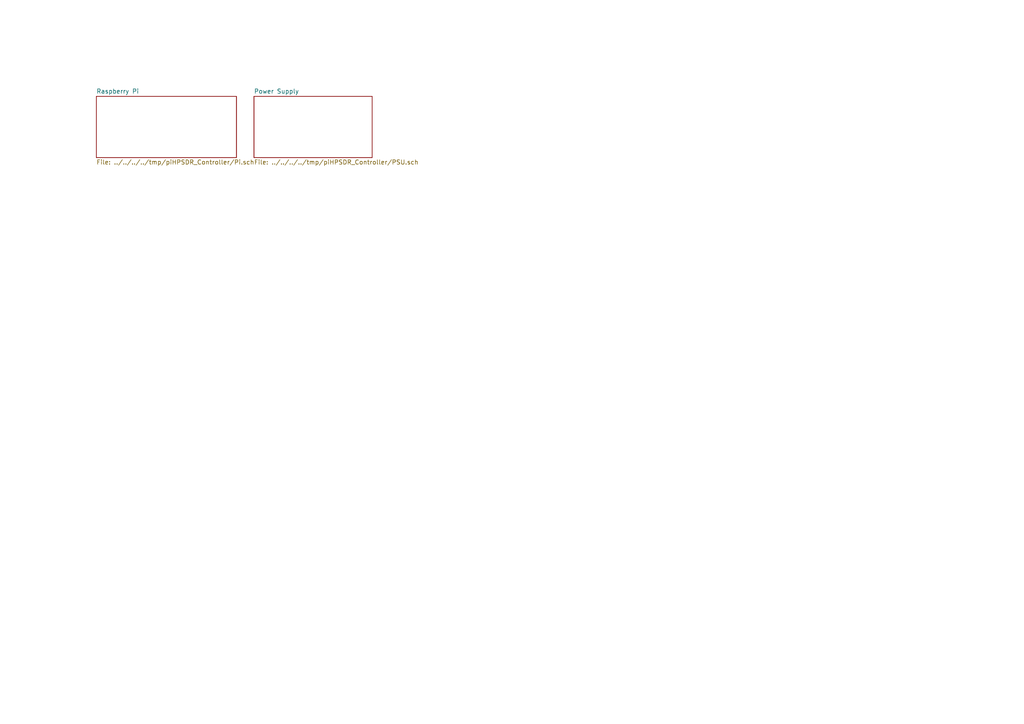
<source format=kicad_sch>
(kicad_sch (version 20230121) (generator eeschema)
  (paper "A4")
  (lib_symbols)
  (sheet (at 27.94 27.94) (size 40.64 17.78)
    (property "Sheetname" "Raspberry Pi" (at 27.94 27.2284 0) (effects (justify left bottom)))
    (property "Sheetfile" "../../../../tmp/piHPSDR_Controller/Pi.sch" (at 27.94 46.3046 0) (effects (justify left top)))
  )
  (sheet (at 73.66 27.94) (size 34.29 17.78)
    (property "Sheetname" "Power Supply" (at 73.66 27.2284 0) (effects (justify left bottom)))
    (property "Sheetfile" "../../../../tmp/piHPSDR_Controller/PSU.sch" (at 73.66 46.3046 0) (effects (justify left top)))
  )
)
</source>
